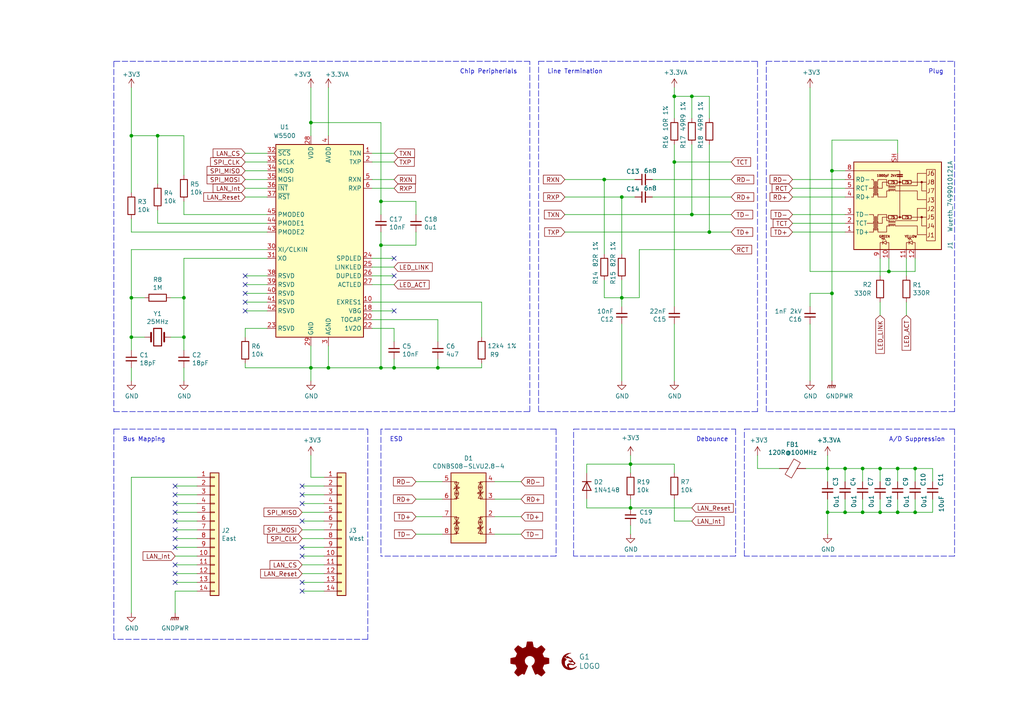
<source format=kicad_sch>
(kicad_sch (version 20211123) (generator eeschema)
  (paper "A4")
  (title_block (title "Inoa Satelite Ethernet Extension") (date "2021-11-11") (rev "2.0") (company "GrayC GmbH") (comment 1 "Fabian Schlegel") (comment 3 "W5500 EThernet Chip") (comment 4 "Ethernet Communication Module for Satellite"))
  (junction (at 250.19 135.89))
  (junction (at 90.17 35.56))
  (junction (at 175.26 52.07))
  (junction (at 255.27 148.59))
  (junction (at 200.66 62.23))
  (junction (at 240.03 148.59))
  (junction (at 180.34 86.36))
  (junction (at 260.35 135.89))
  (junction (at 53.34 86.36))
  (junction (at 182.88 147.32))
  (junction (at 110.49 58.42))
  (junction (at 110.49 71.12))
  (junction (at 90.17 106.68))
  (junction (at 53.34 97.79))
  (junction (at 110.49 106.68))
  (junction (at 180.34 57.15))
  (junction (at 240.03 135.89))
  (junction (at 182.88 134.62))
  (junction (at 241.3 85.09))
  (junction (at 245.11 135.89))
  (junction (at 38.1 39.37))
  (junction (at 195.58 27.94))
  (junction (at 45.72 39.37))
  (junction (at 245.11 148.59))
  (junction (at 38.1 97.79))
  (junction (at 38.1 86.36))
  (junction (at 250.19 148.59))
  (junction (at 127 106.68))
  (junction (at 255.27 135.89))
  (junction (at 257.81 78.74))
  (junction (at 95.25 106.68))
  (junction (at 260.35 148.59))
  (junction (at 195.58 46.99))
  (junction (at 265.43 135.89))
  (junction (at 241.3 49.53))
  (junction (at 205.74 67.31))
  (junction (at 265.43 148.59))
  (junction (at 200.66 27.94))
  (junction (at 114.3 106.68))
  (no_connect (at 50.8 156.21))
  (no_connect (at 50.8 166.37))
  (no_connect (at 50.8 146.05))
  (no_connect (at 114.3 90.17))
  (no_connect (at 50.8 168.91))
  (no_connect (at 87.63 158.75))
  (no_connect (at 87.63 151.13))
  (no_connect (at 50.8 153.67))
  (no_connect (at 114.3 74.93))
  (no_connect (at 87.63 161.29))
  (no_connect (at 50.8 163.83))
  (no_connect (at 87.63 146.05))
  (no_connect (at 71.12 87.63))
  (no_connect (at 50.8 158.75))
  (no_connect (at 71.12 80.01))
  (no_connect (at 50.8 140.97))
  (no_connect (at 114.3 80.01))
  (no_connect (at 71.12 90.17))
  (no_connect (at 87.63 171.45))
  (no_connect (at 87.63 143.51))
  (no_connect (at 87.63 168.91))
  (no_connect (at 50.8 143.51))
  (no_connect (at 50.8 148.59))
  (no_connect (at 50.8 151.13))
  (no_connect (at 71.12 82.55))
  (no_connect (at 87.63 140.97))
  (no_connect (at 71.12 85.09))
  (wire (pts (xy 110.49 106.68) (xy 114.3 106.68)))
  (wire (pts (xy 120.65 62.23) (xy 120.65 58.42)))
  (wire (pts (xy 114.3 106.68) (xy 127 106.68)))
  (wire (pts (xy 50.8 161.29) (xy 57.15 161.29)))
  (wire (pts (xy 110.49 35.56) (xy 110.49 58.42)))
  (wire (pts (xy 241.3 49.53) (xy 241.3 85.09)))
  (wire (pts (xy 143.51 139.7) (xy 151.13 139.7)))
  (wire (pts (xy 50.8 163.83) (xy 57.15 163.83)))
  (wire (pts (xy 71.12 80.01) (xy 77.47 80.01)))
  (wire (pts (xy 71.12 90.17) (xy 77.47 90.17)))
  (wire (pts (xy 200.66 62.23) (xy 212.09 62.23)))
  (wire (pts (xy 127 106.68) (xy 139.7 106.68)))
  (wire (pts (xy 175.26 81.28) (xy 175.26 86.36)))
  (wire (pts (xy 195.58 144.78) (xy 195.58 151.13)))
  (wire (pts (xy 200.66 62.23) (xy 200.66 41.91)))
  (wire (pts (xy 87.63 171.45) (xy 93.98 171.45)))
  (wire (pts (xy 143.51 149.86) (xy 151.13 149.86)))
  (polyline (pts (xy 219.71 119.38) (xy 156.21 119.38)))
  (polyline (pts (xy 276.86 119.38) (xy 222.25 119.38)))
  (wire (pts (xy 107.95 92.71) (xy 127 92.71)))
  (wire (pts (xy 182.88 147.32) (xy 182.88 144.78)))
  (wire (pts (xy 50.8 140.97) (xy 57.15 140.97)))
  (wire (pts (xy 265.43 78.74) (xy 265.43 74.93)))
  (wire (pts (xy 71.12 95.25) (xy 77.47 95.25)))
  (wire (pts (xy 195.58 41.91) (xy 195.58 46.99)))
  (wire (pts (xy 180.34 93.98) (xy 180.34 110.49)))
  (wire (pts (xy 195.58 151.13) (xy 200.66 151.13)))
  (wire (pts (xy 87.63 163.83) (xy 93.98 163.83)))
  (wire (pts (xy 107.95 44.45) (xy 114.3 44.45)))
  (wire (pts (xy 250.19 135.89) (xy 255.27 135.89)))
  (wire (pts (xy 234.95 85.09) (xy 241.3 85.09)))
  (wire (pts (xy 90.17 138.43) (xy 93.98 138.43)))
  (wire (pts (xy 240.03 135.89) (xy 245.11 135.89)))
  (wire (pts (xy 127 106.68) (xy 127 104.14)))
  (wire (pts (xy 87.63 146.05) (xy 93.98 146.05)))
  (wire (pts (xy 50.8 156.21) (xy 57.15 156.21)))
  (wire (pts (xy 50.8 151.13) (xy 57.15 151.13)))
  (wire (pts (xy 139.7 106.68) (xy 139.7 105.41)))
  (polyline (pts (xy 215.9 124.46) (xy 276.86 124.46)))
  (wire (pts (xy 87.63 143.51) (xy 93.98 143.51)))
  (wire (pts (xy 229.87 64.77) (xy 245.11 64.77)))
  (wire (pts (xy 240.03 144.78) (xy 240.03 148.59)))
  (wire (pts (xy 260.35 148.59) (xy 265.43 148.59)))
  (polyline (pts (xy 33.02 185.42) (xy 33.02 124.46)))
  (wire (pts (xy 38.1 138.43) (xy 38.1 177.8)))
  (wire (pts (xy 189.23 52.07) (xy 212.09 52.07)))
  (wire (pts (xy 195.58 134.62) (xy 195.58 137.16)))
  (wire (pts (xy 163.83 52.07) (xy 175.26 52.07)))
  (polyline (pts (xy 156.21 119.38) (xy 156.21 17.78)))
  (wire (pts (xy 260.35 44.45) (xy 260.35 40.64)))
  (wire (pts (xy 49.53 97.79) (xy 53.34 97.79)))
  (wire (pts (xy 260.35 40.64) (xy 241.3 40.64)))
  (wire (pts (xy 53.34 106.68) (xy 53.34 110.49)))
  (wire (pts (xy 38.1 25.4) (xy 38.1 39.37)))
  (wire (pts (xy 38.1 97.79) (xy 41.91 97.79)))
  (polyline (pts (xy 156.21 17.78) (xy 219.71 17.78)))
  (polyline (pts (xy 153.67 17.78) (xy 33.02 17.78)))
  (wire (pts (xy 90.17 100.33) (xy 90.17 106.68)))
  (wire (pts (xy 205.74 67.31) (xy 205.74 41.91)))
  (polyline (pts (xy 161.29 161.29) (xy 110.49 161.29)))
  (polyline (pts (xy 213.36 161.29) (xy 166.37 161.29)))
  (wire (pts (xy 163.83 62.23) (xy 200.66 62.23)))
  (wire (pts (xy 185.42 86.36) (xy 185.42 72.39)))
  (wire (pts (xy 38.1 101.6) (xy 38.1 97.79)))
  (wire (pts (xy 90.17 132.08) (xy 90.17 138.43)))
  (wire (pts (xy 260.35 135.89) (xy 260.35 139.7)))
  (wire (pts (xy 195.58 27.94) (xy 195.58 25.4)))
  (wire (pts (xy 87.63 168.91) (xy 93.98 168.91)))
  (polyline (pts (xy 276.86 161.29) (xy 215.9 161.29)))
  (polyline (pts (xy 106.68 124.46) (xy 106.68 185.42)))
  (wire (pts (xy 182.88 134.62) (xy 182.88 132.08)))
  (wire (pts (xy 219.71 132.08) (xy 219.71 135.89)))
  (wire (pts (xy 95.25 106.68) (xy 110.49 106.68)))
  (wire (pts (xy 195.58 46.99) (xy 195.58 88.9)))
  (wire (pts (xy 163.83 67.31) (xy 205.74 67.31)))
  (polyline (pts (xy 276.86 17.78) (xy 276.86 119.38)))
  (polyline (pts (xy 215.9 161.29) (xy 215.9 124.46)))
  (wire (pts (xy 87.63 156.21) (xy 93.98 156.21)))
  (wire (pts (xy 262.89 87.63) (xy 262.89 91.44)))
  (wire (pts (xy 265.43 135.89) (xy 270.51 135.89)))
  (wire (pts (xy 110.49 71.12) (xy 110.49 106.68)))
  (wire (pts (xy 182.88 134.62) (xy 182.88 137.16)))
  (wire (pts (xy 265.43 135.89) (xy 265.43 139.7)))
  (wire (pts (xy 139.7 87.63) (xy 139.7 97.79)))
  (wire (pts (xy 255.27 135.89) (xy 255.27 139.7)))
  (wire (pts (xy 38.1 72.39) (xy 77.47 72.39)))
  (polyline (pts (xy 106.68 185.42) (xy 33.02 185.42)))
  (wire (pts (xy 38.1 67.31) (xy 38.1 63.5)))
  (wire (pts (xy 38.1 97.79) (xy 38.1 86.36)))
  (polyline (pts (xy 276.86 124.46) (xy 276.86 161.29)))
  (wire (pts (xy 107.95 77.47) (xy 114.3 77.47)))
  (wire (pts (xy 240.03 135.89) (xy 240.03 132.08)))
  (wire (pts (xy 53.34 86.36) (xy 53.34 74.93)))
  (polyline (pts (xy 161.29 124.46) (xy 110.49 124.46)))
  (wire (pts (xy 185.42 86.36) (xy 180.34 86.36)))
  (wire (pts (xy 49.53 86.36) (xy 53.34 86.36)))
  (wire (pts (xy 114.3 90.17) (xy 107.95 90.17)))
  (wire (pts (xy 250.19 148.59) (xy 255.27 148.59)))
  (wire (pts (xy 71.12 85.09) (xy 77.47 85.09)))
  (wire (pts (xy 260.35 135.89) (xy 265.43 135.89)))
  (polyline (pts (xy 219.71 17.78) (xy 219.71 119.38)))
  (wire (pts (xy 245.11 135.89) (xy 245.11 139.7)))
  (wire (pts (xy 71.12 95.25) (xy 71.12 97.79)))
  (wire (pts (xy 260.35 144.78) (xy 260.35 148.59)))
  (wire (pts (xy 107.95 54.61) (xy 114.3 54.61)))
  (wire (pts (xy 107.95 95.25) (xy 114.3 95.25)))
  (wire (pts (xy 195.58 27.94) (xy 195.58 34.29)))
  (wire (pts (xy 50.8 177.8) (xy 50.8 171.45)))
  (wire (pts (xy 175.26 52.07) (xy 184.15 52.07)))
  (wire (pts (xy 71.12 49.53) (xy 77.47 49.53)))
  (wire (pts (xy 182.88 134.62) (xy 195.58 134.62)))
  (wire (pts (xy 182.88 152.4) (xy 182.88 154.94)))
  (wire (pts (xy 128.27 149.86) (xy 120.65 149.86)))
  (polyline (pts (xy 110.49 124.46) (xy 110.49 161.29)))
  (wire (pts (xy 107.95 46.99) (xy 114.3 46.99)))
  (wire (pts (xy 257.81 74.93) (xy 257.81 78.74)))
  (wire (pts (xy 270.51 144.78) (xy 270.51 148.59)))
  (wire (pts (xy 255.27 135.89) (xy 260.35 135.89)))
  (wire (pts (xy 50.8 168.91) (xy 57.15 168.91)))
  (wire (pts (xy 175.26 86.36) (xy 180.34 86.36)))
  (wire (pts (xy 71.12 52.07) (xy 77.47 52.07)))
  (wire (pts (xy 71.12 44.45) (xy 77.47 44.45)))
  (wire (pts (xy 38.1 67.31) (xy 77.47 67.31)))
  (wire (pts (xy 87.63 153.67) (xy 93.98 153.67)))
  (polyline (pts (xy 213.36 124.46) (xy 213.36 161.29)))
  (wire (pts (xy 120.65 144.78) (xy 128.27 144.78)))
  (wire (pts (xy 170.18 134.62) (xy 182.88 134.62)))
  (wire (pts (xy 182.88 147.32) (xy 200.66 147.32)))
  (wire (pts (xy 120.65 67.31) (xy 120.65 71.12)))
  (wire (pts (xy 240.03 135.89) (xy 240.03 139.7)))
  (wire (pts (xy 189.23 57.15) (xy 212.09 57.15)))
  (wire (pts (xy 95.25 25.4) (xy 95.25 39.37)))
  (wire (pts (xy 38.1 138.43) (xy 57.15 138.43)))
  (wire (pts (xy 245.11 144.78) (xy 245.11 148.59)))
  (wire (pts (xy 90.17 35.56) (xy 110.49 35.56)))
  (wire (pts (xy 107.95 82.55) (xy 114.3 82.55)))
  (polyline (pts (xy 33.02 124.46) (xy 106.68 124.46)))
  (wire (pts (xy 90.17 106.68) (xy 95.25 106.68)))
  (wire (pts (xy 50.8 171.45) (xy 57.15 171.45)))
  (wire (pts (xy 90.17 25.4) (xy 90.17 35.56)))
  (wire (pts (xy 170.18 137.16) (xy 170.18 134.62)))
  (wire (pts (xy 53.34 62.23) (xy 77.47 62.23)))
  (wire (pts (xy 241.3 110.49) (xy 241.3 85.09)))
  (wire (pts (xy 45.72 53.34) (xy 45.72 39.37)))
  (wire (pts (xy 38.1 106.68) (xy 38.1 110.49)))
  (wire (pts (xy 205.74 27.94) (xy 205.74 34.29)))
  (wire (pts (xy 195.58 93.98) (xy 195.58 110.49)))
  (wire (pts (xy 71.12 46.99) (xy 77.47 46.99)))
  (wire (pts (xy 114.3 74.93) (xy 107.95 74.93)))
  (wire (pts (xy 87.63 151.13) (xy 93.98 151.13)))
  (wire (pts (xy 229.87 67.31) (xy 245.11 67.31)))
  (wire (pts (xy 143.51 144.78) (xy 151.13 144.78)))
  (wire (pts (xy 212.09 72.39) (xy 185.42 72.39)))
  (wire (pts (xy 229.87 62.23) (xy 245.11 62.23)))
  (wire (pts (xy 143.51 154.94) (xy 151.13 154.94)))
  (wire (pts (xy 180.34 57.15) (xy 180.34 73.66)))
  (wire (pts (xy 245.11 135.89) (xy 250.19 135.89)))
  (wire (pts (xy 45.72 64.77) (xy 77.47 64.77)))
  (wire (pts (xy 234.95 78.74) (xy 234.95 25.4)))
  (wire (pts (xy 87.63 158.75) (xy 93.98 158.75)))
  (wire (pts (xy 120.65 154.94) (xy 128.27 154.94)))
  (wire (pts (xy 50.8 166.37) (xy 57.15 166.37)))
  (wire (pts (xy 53.34 97.79) (xy 53.34 101.6)))
  (wire (pts (xy 95.25 106.68) (xy 95.25 100.33)))
  (wire (pts (xy 245.11 49.53) (xy 241.3 49.53)))
  (wire (pts (xy 180.34 86.36) (xy 180.34 88.9)))
  (wire (pts (xy 114.3 95.25) (xy 114.3 99.06)))
  (wire (pts (xy 195.58 46.99) (xy 212.09 46.99)))
  (wire (pts (xy 270.51 135.89) (xy 270.51 139.7)))
  (wire (pts (xy 71.12 87.63) (xy 77.47 87.63)))
  (wire (pts (xy 265.43 144.78) (xy 265.43 148.59)))
  (wire (pts (xy 255.27 144.78) (xy 255.27 148.59)))
  (wire (pts (xy 53.34 74.93) (xy 77.47 74.93)))
  (wire (pts (xy 71.12 106.68) (xy 90.17 106.68)))
  (wire (pts (xy 255.27 148.59) (xy 260.35 148.59)))
  (polyline (pts (xy 166.37 124.46) (xy 213.36 124.46)))
  (wire (pts (xy 245.11 148.59) (xy 250.19 148.59)))
  (wire (pts (xy 87.63 161.29) (xy 93.98 161.29)))
  (wire (pts (xy 255.27 74.93) (xy 255.27 80.01)))
  (wire (pts (xy 50.8 158.75) (xy 57.15 158.75)))
  (polyline (pts (xy 153.67 119.38) (xy 153.67 17.78)))
  (wire (pts (xy 110.49 67.31) (xy 110.49 71.12)))
  (wire (pts (xy 120.65 71.12) (xy 110.49 71.12)))
  (wire (pts (xy 240.03 148.59) (xy 240.03 154.94)))
  (wire (pts (xy 107.95 52.07) (xy 114.3 52.07)))
  (wire (pts (xy 257.81 78.74) (xy 234.95 78.74)))
  (wire (pts (xy 53.34 62.23) (xy 53.34 58.42)))
  (polyline (pts (xy 222.25 119.38) (xy 222.25 17.78)))
  (wire (pts (xy 229.87 57.15) (xy 245.11 57.15)))
  (wire (pts (xy 87.63 140.97) (xy 93.98 140.97)))
  (wire (pts (xy 38.1 39.37) (xy 38.1 55.88)))
  (polyline (pts (xy 33.02 119.38) (xy 153.67 119.38)))
  (wire (pts (xy 71.12 57.15) (xy 77.47 57.15)))
  (wire (pts (xy 114.3 80.01) (xy 107.95 80.01)))
  (wire (pts (xy 265.43 148.59) (xy 270.51 148.59)))
  (wire (pts (xy 90.17 35.56) (xy 90.17 39.37)))
  (wire (pts (xy 71.12 54.61) (xy 77.47 54.61)))
  (wire (pts (xy 195.58 27.94) (xy 200.66 27.94)))
  (wire (pts (xy 234.95 88.9) (xy 234.95 85.09)))
  (wire (pts (xy 50.8 148.59) (xy 57.15 148.59)))
  (wire (pts (xy 229.87 54.61) (xy 245.11 54.61)))
  (polyline (pts (xy 166.37 161.29) (xy 166.37 124.46)))
  (wire (pts (xy 127 92.71) (xy 127 99.06)))
  (wire (pts (xy 110.49 58.42) (xy 110.49 62.23)))
  (wire (pts (xy 257.81 78.74) (xy 265.43 78.74)))
  (wire (pts (xy 175.26 52.07) (xy 175.26 73.66)))
  (wire (pts (xy 114.3 106.68) (xy 114.3 104.14)))
  (polyline (pts (xy 161.29 124.46) (xy 161.29 161.29)))
  (wire (pts (xy 87.63 148.59) (xy 93.98 148.59)))
  (wire (pts (xy 170.18 147.32) (xy 182.88 147.32)))
  (wire (pts (xy 219.71 135.89) (xy 226.06 135.89)))
  (wire (pts (xy 71.12 105.41) (xy 71.12 106.68)))
  (wire (pts (xy 120.65 58.42) (xy 110.49 58.42)))
  (wire (pts (xy 262.89 74.93) (xy 262.89 80.01)))
  (wire (pts (xy 180.34 57.15) (xy 184.15 57.15)))
  (wire (pts (xy 205.74 67.31) (xy 212.09 67.31)))
  (wire (pts (xy 180.34 81.28) (xy 180.34 86.36)))
  (wire (pts (xy 50.8 153.67) (xy 57.15 153.67)))
  (polyline (pts (xy 222.25 17.78) (xy 276.86 17.78)))
  (wire (pts (xy 120.65 139.7) (xy 128.27 139.7)))
  (wire (pts (xy 90.17 106.68) (xy 90.17 110.49)))
  (wire (pts (xy 163.83 57.15) (xy 180.34 57.15)))
  (wire (pts (xy 53.34 97.79) (xy 53.34 86.36)))
  (wire (pts (xy 255.27 87.63) (xy 255.27 91.44)))
  (wire (pts (xy 200.66 27.94) (xy 200.66 34.29)))
  (wire (pts (xy 50.8 146.05) (xy 57.15 146.05)))
  (wire (pts (xy 200.66 27.94) (xy 205.74 27.94)))
  (polyline (pts (xy 33.02 17.78) (xy 33.02 119.38)))
  (wire (pts (xy 241.3 40.64) (xy 241.3 49.53)))
  (wire (pts (xy 170.18 144.78) (xy 170.18 147.32)))
  (wire (pts (xy 229.87 52.07) (xy 245.11 52.07)))
  (wire (pts (xy 38.1 86.36) (xy 38.1 72.39)))
  (wire (pts (xy 107.95 87.63) (xy 139.7 87.63)))
  (wire (pts (xy 53.34 50.8) (xy 53.34 39.37)))
  (wire (pts (xy 87.63 166.37) (xy 93.98 166.37)))
  (wire (pts (xy 50.8 143.51) (xy 57.15 143.51)))
  (wire (pts (xy 250.19 135.89) (xy 250.19 139.7)))
  (wire (pts (xy 234.95 93.98) (xy 234.95 110.49)))
  (wire (pts (xy 45.72 64.77) (xy 45.72 60.96)))
  (wire (pts (xy 71.12 82.55) (xy 77.47 82.55)))
  (wire (pts (xy 53.34 39.37) (xy 45.72 39.37)))
  (wire (pts (xy 38.1 86.36) (xy 41.91 86.36)))
  (wire (pts (xy 233.68 135.89) (xy 240.03 135.89)))
  (wire (pts (xy 45.72 39.37) (xy 38.1 39.37)))
  (wire (pts (xy 240.03 148.59) (xy 245.11 148.59)))
  (wire (pts (xy 250.19 144.78) (xy 250.19 148.59)))
  (text "ESD" (at 113.03 128.27 0) (effects (font (size 1.27 1.27)) (justify left bottom)))
  (text "Debounce" (at 201.93 128.27 0) (effects (font (size 1.27 1.27)) (justify left bottom)))
  (text "A/D Suppression" (at 257.81 128.27 0) (effects (font (size 1.27 1.27)) (justify left bottom)))
  (text "Chip Peripherials" (at 133.35 21.59 0) (effects (font (size 1.27 1.27)) (justify left bottom)))
  (text "Plug" (at 269.24 21.59 0) (effects (font (size 1.27 1.27)) (justify left bottom)))
  (text "Line Termination" (at 158.75 21.59 0) (effects (font (size 1.27 1.27)) (justify left bottom)))
  (text "Bus Mapping" (at 35.56 128.27 0) (effects (font (size 1.27 1.27)) (justify left bottom)))
  (global_label "TD+" (shape input) (at 212.09 67.31 0) (property "Intersheet References" "${INTERSHEET_REFS}" (effects hide)))
  (global_label "LED_LINK" (shape input) (at 114.3 77.47 0) (property "Intersheet References" "${INTERSHEET_REFS}" (effects hide)))
  (global_label "SPI_MOSI" (shape input) (at 71.12 52.07 180) (property "Intersheet References" "${INTERSHEET_REFS}" (effects hide)))
  (global_label "TD-" (shape input) (at 151.13 154.94 0) (property "Intersheet References" "${INTERSHEET_REFS}" (effects hide)))
  (global_label "TCT" (shape input) (at 229.87 64.77 180) (property "Intersheet References" "${INTERSHEET_REFS}" (effects hide)))
  (global_label "LAN_Int" (shape input) (at 200.66 151.13 0) (property "Intersheet References" "${INTERSHEET_REFS}" (effects hide)))
  (global_label "RD-" (shape input) (at 120.65 139.7 180) (property "Intersheet References" "${INTERSHEET_REFS}" (effects hide)))
  (global_label "TXN" (shape input) (at 114.3 44.45 0) (property "Intersheet References" "${INTERSHEET_REFS}" (effects hide)))
  (global_label "RD-" (shape input) (at 212.09 52.07 0) (property "Intersheet References" "${INTERSHEET_REFS}" (effects hide)))
  (global_label "RXP" (shape input) (at 163.83 57.15 180) (property "Intersheet References" "${INTERSHEET_REFS}" (effects hide)))
  (global_label "SPI_MISO" (shape input) (at 71.12 49.53 180) (property "Intersheet References" "${INTERSHEET_REFS}" (effects hide)))
  (global_label "TD+" (shape input) (at 151.13 149.86 0) (property "Intersheet References" "${INTERSHEET_REFS}" (effects hide)))
  (global_label "TXP" (shape input) (at 114.3 46.99 0) (property "Intersheet References" "${INTERSHEET_REFS}" (effects hide)))
  (global_label "TXN" (shape input) (at 163.83 62.23 180) (property "Intersheet References" "${INTERSHEET_REFS}" (effects hide)))
  (global_label "TD+" (shape input) (at 120.65 149.86 180) (property "Intersheet References" "${INTERSHEET_REFS}" (effects hide)))
  (global_label "LAN_Reset" (shape input) (at 71.12 57.15 180) (property "Intersheet References" "${INTERSHEET_REFS}" (effects hide)))
  (global_label "LED_ACT" (shape input) (at 114.3 82.55 0) (property "Intersheet References" "${INTERSHEET_REFS}" (effects hide)))
  (global_label "SPI_MISO" (shape input) (at 87.63 148.59 180) (property "Intersheet References" "${INTERSHEET_REFS}" (effects hide)))
  (global_label "LAN_Reset" (shape input) (at 87.63 166.37 180) (property "Intersheet References" "${INTERSHEET_REFS}" (effects hide)))
  (global_label "LAN_Int" (shape input) (at 50.8 161.29 180) (property "Intersheet References" "${INTERSHEET_REFS}" (effects hide)))
  (global_label "TD-" (shape input) (at 229.87 62.23 180) (property "Intersheet References" "${INTERSHEET_REFS}" (effects hide)))
  (global_label "SPI_CLK" (shape input) (at 87.63 156.21 180) (property "Intersheet References" "${INTERSHEET_REFS}" (effects hide)))
  (global_label "RXP" (shape input) (at 114.3 54.61 0) (property "Intersheet References" "${INTERSHEET_REFS}" (effects hide)))
  (global_label "LED_ACT" (shape input) (at 262.89 91.44 270) (property "Intersheet References" "${INTERSHEET_REFS}" (effects hide)))
  (global_label "TD+" (shape input) (at 229.87 67.31 180) (property "Intersheet References" "${INTERSHEET_REFS}" (effects hide)))
  (global_label "RD+" (shape input) (at 151.13 144.78 0) (property "Intersheet References" "${INTERSHEET_REFS}" (effects hide)))
  (global_label "RD-" (shape input) (at 229.87 52.07 180) (property "Intersheet References" "${INTERSHEET_REFS}" (effects hide)))
  (global_label "RD+" (shape input) (at 229.87 57.15 180) (property "Intersheet References" "${INTERSHEET_REFS}" (effects hide)))
  (global_label "LAN_Int" (shape input) (at 71.12 54.61 180) (property "Intersheet References" "${INTERSHEET_REFS}" (effects hide)))
  (global_label "LED_LINK" (shape input) (at 255.27 91.44 270) (property "Intersheet References" "${INTERSHEET_REFS}" (effects hide)))
  (global_label "TXP" (shape input) (at 163.83 67.31 180) (property "Intersheet References" "${INTERSHEET_REFS}" (effects hide)))
  (global_label "RXN" (shape input) (at 114.3 52.07 0) (property "Intersheet References" "${INTERSHEET_REFS}" (effects hide)))
  (global_label "RCT" (shape input) (at 212.09 72.39 0) (property "Intersheet References" "${INTERSHEET_REFS}" (effects hide)))
  (global_label "RD-" (shape input) (at 151.13 139.7 0) (property "Intersheet References" "${INTERSHEET_REFS}" (effects hide)))
  (global_label "TCT" (shape input) (at 212.09 46.99 0) (property "Intersheet References" "${INTERSHEET_REFS}" (effects hide)))
  (global_label "RD+" (shape input) (at 120.65 144.78 180) (property "Intersheet References" "${INTERSHEET_REFS}" (effects hide)))
  (global_label "SPI_MOSI" (shape input) (at 87.63 153.67 180) (property "Intersheet References" "${INTERSHEET_REFS}" (effects hide)))
  (global_label "RCT" (shape input) (at 229.87 54.61 180) (property "Intersheet References" "${INTERSHEET_REFS}" (effects hide)))
  (global_label "LAN_CS" (shape input) (at 87.63 163.83 180) (property "Intersheet References" "${INTERSHEET_REFS}" (effects hide)))
  (global_label "SPI_CLK" (shape input) (at 71.12 46.99 180) (property "Intersheet References" "${INTERSHEET_REFS}" (effects hide)))
  (global_label "RXN" (shape input) (at 163.83 52.07 180) (property "Intersheet References" "${INTERSHEET_REFS}" (effects hide)))
  (global_label "TD-" (shape input) (at 120.65 154.94 180) (property "Intersheet References" "${INTERSHEET_REFS}" (effects hide)))
  (global_label "RD+" (shape input) (at 212.09 57.15 0) (property "Intersheet References" "${INTERSHEET_REFS}" (effects hide)))
  (global_label "LAN_CS" (shape input) (at 71.12 44.45 180) (property "Intersheet References" "${INTERSHEET_REFS}" (effects hide)))
  (global_label "LAN_Reset" (shape input) (at 200.66 147.32 0) (property "Intersheet References" "${INTERSHEET_REFS}" (effects hide)))
  (global_label "TD-" (shape input) (at 212.09 62.23 0) (property "Intersheet References" "${INTERSHEET_REFS}" (effects hide)))
  (symbol (lib_id "Interface_Ethernet:W5500") (at 92.71 69.85 0) (unit 1)
    (property "Reference" "U1" (at 82.55 36.83 0))
    (property "Value" "W5500" (at 82.55 39.37 0))
    (property "Footprint" "Package_QFP:LQFP-48_7x7mm_P0.5mm" (effects hide))
    (property "Datasheet" "http://wizwiki.net/wiki/lib/exe/fetch.php/products:w5500:w5500_ds_v109e.pdf" (effects hide))
    (property "Price" "3.44" (effects hide))
    (property "Product" "https://www.mouser.de/ProductDetail/WIZnet/W5500" (effects hide))
  )
  (symbol (lib_id "Device:Crystal") (at 45.72 97.79 0) (unit 1)
    (property "Reference" "Y1" (at 45.72 90.9828 0))
    (property "Value" "25MHz" (at 45.72 93.2942 0))
    (property "Footprint" "Crystal:Crystal_SMD_0603-2Pin_6.0x3.5mm_HandSoldering" (effects hide))
    (property "Datasheet" "https://www.mouser.de/datasheet/2/122/ecx-64a_ecx-64cr-6514.pdf" (effects hide))
    (property "Price" "0.98" (effects hide))
    (property "Product" "https://www.mouser.de/ProductDetail/ECS/ECS-250-18-23A-TR" (effects hide))
  )
  (symbol (lib_id "Device:R") (at 255.27 83.82 180) (unit 1)
    (property "Reference" "R2" (at 250.19 82.55 0) (effects (justify right)))
    (property "Value" "330R" (at 247.65 85.09 0) (effects (justify right)))
    (property "Footprint" "Resistor_SMD:R_0603_1608Metric_Pad0.98x0.95mm_HandSolder" (effects hide))
    (property "Price" "0.09" (effects hide))
    (property "Product" "https://www.mouser.de/ProductDetail/Bourns/CR0603-FX-3300ELF?qs=sGAEpiMZZMtlubZbdhIBIBP%2FNPA7vNyo1V2n6vGFya4%3D" (effects hide))
  )
  (symbol (lib_id "Device:R") (at 262.89 83.82 180) (unit 1)
    (property "Reference" "R1" (at 264.668 82.6516 0) (effects (justify right)))
    (property "Value" "330R" (at 264.668 84.963 0) (effects (justify right)))
    (property "Footprint" "Resistor_SMD:R_0603_1608Metric_Pad0.98x0.95mm_HandSolder" (effects hide))
    (property "Price" "0.09" (effects hide))
    (property "Product" "https://www.mouser.de/ProductDetail/Bourns/CR0603-FX-3300ELF?qs=sGAEpiMZZMtlubZbdhIBIBP%2FNPA7vNyo1V2n6vGFya4%3D" (effects hide))
  )
  (symbol (lib_id "Power_Protection:CDNBS08-SLVU2.8-4") (at 135.89 147.32 0) (unit 1)
    (property "Reference" "D1" (at 135.89 132.9182 0))
    (property "Value" "CDNBS08-SLVU2.8-4" (at 135.89 135.2296 0))
    (property "Footprint" "Package_SO:SOIC-8_3.9x4.9mm_P1.27mm" (effects hide))
    (property "Datasheet" "https://www.bourns.com/pdfs/CDNBS08-SLVU28-4.pdf" (effects hide))
    (property "Price" "1.68" (effects hide))
    (property "Product" "https://www.mouser.de/ProductDetail/Bourns/CDNBS08-SLVU28-4" (effects hide))
  )
  (symbol (lib_id "Device:C_Small") (at 53.34 104.14 0) (unit 1)
    (property "Reference" "C2" (at 55.6768 102.9716 0) (effects (justify left)))
    (property "Value" "18pF" (at 55.6768 105.283 0) (effects (justify left)))
    (property "Footprint" "Capacitor_SMD:C_0603_1608Metric_Pad1.08x0.95mm_HandSolder" (effects hide))
    (property "Datasheet" "https://www.mouser.de/datasheet/2/40/C0GNP0_Dielectric-951274.pdf" (effects hide))
    (property "Price" "0.09" (effects hide))
    (property "Product" "https://www.mouser.de/ProductDetail/Kyocera-AVX/06035A180JAT4A" (effects hide))
  )
  (symbol (lib_id "Device:C_Small") (at 38.1 104.14 0) (unit 1)
    (property "Reference" "C1" (at 40.4368 102.9716 0) (effects (justify left)))
    (property "Value" "18pF" (at 40.4368 105.283 0) (effects (justify left)))
    (property "Footprint" "Capacitor_SMD:C_0603_1608Metric_Pad1.08x0.95mm_HandSolder" (effects hide))
    (property "Datasheet" "https://www.mouser.de/datasheet/2/40/C0GNP0_Dielectric-951274.pdf" (effects hide))
    (property "Price" "0.09" (effects hide))
    (property "Product" "https://www.mouser.de/ProductDetail/Kyocera-AVX/06035A180JAT4A" (effects hide))
  )
  (symbol (lib_id "power:GND") (at 38.1 110.49 0) (unit 1)
    (property "Reference" "#PWR0101" (effects hide))
    (property "Value" "GND" (at 38.227 114.8842 0))
  )
  (symbol (lib_id "power:GND") (at 53.34 110.49 0) (unit 1)
    (property "Reference" "#PWR0102" (effects hide))
    (property "Value" "GND" (at 53.467 114.8842 0))
  )
  (symbol (lib_id "Device:R") (at 38.1 59.69 0) (unit 1)
    (property "Reference" "R3" (at 39.878 58.5216 0) (effects (justify left)))
    (property "Value" "10k" (at 39.878 60.833 0) (effects (justify left)))
    (property "Footprint" "Resistor_SMD:R_0603_1608Metric_Pad0.98x0.95mm_HandSolder" (effects hide))
    (property "Product" "https://www.mouser.de/ProductDetail/Bourns/CR0603AFX-1002EAS?qs=sGAEpiMZZMtlubZbdhIBIJFGDp18fIDT%252B6rJRZixye4%3D" (effects hide))
  )
  (symbol (lib_id "Device:R") (at 45.72 57.15 0) (unit 1)
    (property "Reference" "R4" (at 47.498 55.9816 0) (effects (justify left)))
    (property "Value" "10k" (at 47.498 58.293 0) (effects (justify left)))
    (property "Footprint" "Resistor_SMD:R_0603_1608Metric_Pad0.98x0.95mm_HandSolder" (effects hide))
    (property "Product" "https://www.mouser.de/ProductDetail/Bourns/CR0603AFX-1002EAS?qs=sGAEpiMZZMtlubZbdhIBIJFGDp18fIDT%252B6rJRZixye4%3D" (effects hide))
  )
  (symbol (lib_id "Device:R") (at 53.34 54.61 0) (unit 1)
    (property "Reference" "R5" (at 55.118 53.4416 0) (effects (justify left)))
    (property "Value" "10k" (at 55.118 55.753 0) (effects (justify left)))
    (property "Footprint" "Resistor_SMD:R_0603_1608Metric_Pad0.98x0.95mm_HandSolder" (effects hide))
    (property "Product" "https://www.mouser.de/ProductDetail/Bourns/CR0603AFX-1002EAS?qs=sGAEpiMZZMtlubZbdhIBIJFGDp18fIDT%252B6rJRZixye4%3D" (effects hide))
  )
  (symbol (lib_id "Device:R") (at 195.58 140.97 0) (unit 1)
    (property "Reference" "R7" (at 197.358 139.8016 0) (effects (justify left)))
    (property "Value" "10k" (at 197.358 142.113 0) (effects (justify left)))
    (property "Footprint" "Resistor_SMD:R_0603_1608Metric_Pad0.98x0.95mm_HandSolder" (effects hide))
    (property "Product" "https://www.mouser.de/ProductDetail/Bourns/CR0603AFX-1002EAS?qs=sGAEpiMZZMtlubZbdhIBIJFGDp18fIDT%252B6rJRZixye4%3D" (effects hide))
  )
  (symbol (lib_id "Device:R") (at 139.7 101.6 0) (unit 1)
    (property "Reference" "R9" (at 144.78 102.87 0) (effects (justify right)))
    (property "Value" "12k4 1%" (at 149.86 100.33 0) (effects (justify right)))
    (property "Footprint" "Resistor_SMD:R_0603_1608Metric_Pad0.98x0.95mm_HandSolder" (effects hide))
    (property "Datasheet" "https://www.mouser.de/datasheet/2/54/cr-1858361.pdf" (effects hide))
    (property "Price" "0.09" (effects hide))
    (property "Product" "https://www.mouser.de/ProductDetail/Bourns/CR0603-FX-1242ELF?qs=sGAEpiMZZMvdGkrng054t%252BRNGJdg958RK7FuIR85iNw%3D" (effects hide))
  )
  (symbol (lib_id "power:+3V3") (at 90.17 25.4 0) (unit 1)
    (property "Reference" "#PWR0104" (effects hide))
    (property "Value" "+3V3" (at 87.63 21.59 0))
  )
  (symbol (lib_id "power:GND") (at 90.17 110.49 0) (unit 1)
    (property "Reference" "#PWR0105" (effects hide))
    (property "Value" "GND" (at 90.297 114.8842 0))
  )
  (symbol (lib_id "Device:C_Small") (at 234.95 91.44 180) (unit 1)
    (property "Reference" "C16" (at 232.6132 92.6084 0) (effects (justify left)))
    (property "Value" "1nF 2kV" (at 232.6132 90.297 0) (effects (justify left)))
    (property "Footprint" "Capacitor_SMD:C_1812_4532Metric_Pad1.57x3.40mm_HandSolder" (effects hide))
    (property "Datasheet" "https://www.mouser.de/datasheet/2/212/KEM_C1010_X7R_HV_SMD-1102742.pdf" (effects hide))
    (property "Price" "1.21" (effects hide))
    (property "Product" "https://www.mouser.de/ProductDetail/KEMET/C1812C103KGRACTU" (effects hide))
  )
  (symbol (lib_id "power:+3V3") (at 219.71 132.08 0) (unit 1)
    (property "Reference" "#PWR0106" (effects hide))
    (property "Value" "+3V3" (at 220.091 127.6858 0))
  )
  (symbol (lib_id "power:GND") (at 234.95 110.49 0) (unit 1)
    (property "Reference" "#PWR09" (effects hide))
    (property "Value" "GND" (at 235.077 114.8842 0))
  )
  (symbol (lib_id "Device:C_Small") (at 186.69 57.15 90) (unit 1)
    (property "Reference" "C14" (at 185.5216 54.8132 90) (effects (justify left)))
    (property "Value" "6n8" (at 190.5 54.61 90) (effects (justify left)))
    (property "Footprint" "Capacitor_SMD:C_0603_1608Metric_Pad1.08x0.95mm_HandSolder" (effects hide))
    (property "Datasheet" "https://www.mouser.de/datasheet/2/212/KEM_C1002_X7R_SMD-1102033.pdf" (effects hide))
    (property "Price" "0.09" (effects hide))
    (property "Product" "https://www.mouser.de/ProductDetail/KEMET/C0603C682K5RACTU" (effects hide))
  )
  (symbol (lib_id "Device:C_Small") (at 186.69 52.07 90) (unit 1)
    (property "Reference" "C13" (at 185.5216 49.7332 90) (effects (justify left)))
    (property "Value" "6n8" (at 190.5 49.53 90) (effects (justify left)))
    (property "Footprint" "Capacitor_SMD:C_0603_1608Metric_Pad1.08x0.95mm_HandSolder" (effects hide))
    (property "Datasheet" "https://www.mouser.de/datasheet/2/212/KEM_C1002_X7R_SMD-1102033.pdf" (effects hide))
    (property "Price" "0.09" (effects hide))
    (property "Product" "https://www.mouser.de/ProductDetail/KEMET/C0603C682K5RACTU" (effects hide))
  )
  (symbol (lib_id "power:GND") (at 240.03 154.94 0) (unit 1)
    (property "Reference" "#PWR05" (effects hide))
    (property "Value" "GND" (at 240.157 159.3342 0))
  )
  (symbol (lib_id "power:+3.3VA") (at 195.58 25.4 0) (unit 1)
    (property "Reference" "#PWR07" (effects hide))
    (property "Value" "+3.3VA" (at 195.961 21.0058 0))
  )
  (symbol (lib_id "power:GND") (at 195.58 110.49 0) (unit 1)
    (property "Reference" "#PWR08" (effects hide))
    (property "Value" "GND" (at 195.707 114.8842 0))
  )
  (symbol (lib_id "Device:Ferrite_Bead") (at 229.87 135.89 270) (unit 1)
    (property "Reference" "FB1" (at 229.87 128.9304 90))
    (property "Value" "120R@100MHz" (at 229.87 131.2418 90))
    (property "Footprint" "Inductor_SMD:L_0805_2012Metric" (effects hide))
    (property "Datasheet" "https://www.mouser.de/datasheet/2/987/Laird_10092020_Laird_MCP_Catalog_EMI_Filtering_and-1947796.pdf" (effects hide))
    (property "Price" "0.08" (effects hide))
    (property "Product" "https://www.mouser.de/ProductDetail/Laird-Performance-Materials/LI0805H121R-10" (effects hide))
  )
  (symbol (lib_id "Device:R") (at 195.58 38.1 180) (unit 1)
    (property "Reference" "R16" (at 193.04 43.18 90) (effects (justify right)))
    (property "Value" "10R 1%" (at 193.04 38.1 90) (effects (justify right)))
    (property "Footprint" "Resistor_SMD:R_0603_1608Metric_Pad0.98x0.95mm_HandSolder" (effects hide))
    (property "Datasheet" "https://www.mouser.de/datasheet/2/447/Yageo_03_18_2021_PYu_RC_Group_51_RoHS_L_11-2199992.pdf" (effects hide))
    (property "Price" "0.09" (effects hide))
    (property "Product" "https://www.mouser.de/ProductDetail/YAGEO/RC0603FR-1310RL?qs=sGAEpiMZZMvdGkrng054t8AJgcdMkx7xipFwCw7Ptc0%3D" (effects hide))
  )
  (symbol (lib_id "Device:C_Small") (at 195.58 91.44 180) (unit 1)
    (property "Reference" "C15" (at 193.2432 92.6084 0) (effects (justify left)))
    (property "Value" "22nF" (at 193.2432 90.297 0) (effects (justify left)))
    (property "Footprint" "Capacitor_SMD:C_0603_1608Metric_Pad1.08x0.95mm_HandSolder" (effects hide))
    (property "Datasheet" "https://www.mouser.de/datasheet/2/585/MLCC-1837944.pdf" (effects hide))
    (property "Price" "0.09" (effects hide))
    (property "Product" "https://www.mouser.de/ProductDetail/Samsung-Electro-Mechanics/CL10B223KB8NNNC" (effects hide))
  )
  (symbol (lib_id "Connector_Generic:Conn_01x14") (at 99.06 153.67 0) (unit 1)
    (property "Reference" "J3" (at 101.092 153.8732 0) (effects (justify left)))
    (property "Value" "West" (at 101.092 156.1846 0) (effects (justify left)))
    (property "Footprint" "Connector_PinHeader_2.54mm:PinHeader_1x14_P2.54mm_Vertical" (effects hide))
    (property "Datasheet" "N/A" (effects hide))
    (property "Price" "2.40" (effects hide))
    (property "Product" "https://www.mouser.de/ProductDetail/Preci-dip/801-87-014-53-001101?qs=q5BRkYolQ3jOfgO2THlSuw%3D%3D" (effects hide))
  )
  (symbol (lib_id "Device:C_Small") (at 114.3 101.6 0) (unit 1)
    (property "Reference" "C5" (at 116.6368 100.4316 0) (effects (justify left)))
    (property "Value" "10nF" (at 116.6368 102.743 0) (effects (justify left)))
    (property "Footprint" "Capacitor_SMD:C_0603_1608Metric_Pad1.08x0.95mm_HandSolder" (effects hide))
    (property "Datasheet" "https://www.mouser.de/datasheet/2/40/AutoMLCC-777028.pdf" (effects hide))
    (property "Price" "0.09" (effects hide))
    (property "Product" "https://www.mouser.de/ProductDetail/Kyocera-AVX/06031C103K4T2A" (effects hide))
  )
  (symbol (lib_id "Device:C_Small") (at 127 101.6 0) (unit 1)
    (property "Reference" "C6" (at 129.3368 100.4316 0) (effects (justify left)))
    (property "Value" "4u7" (at 129.3368 102.743 0) (effects (justify left)))
    (property "Footprint" "Capacitor_SMD:C_0603_1608Metric_Pad1.08x0.95mm_HandSolder" (effects hide))
    (property "Datasheet" "https://www.mouser.de/datasheet/2/585/MLCC-1837944.pdf" (effects hide))
    (property "Price" "0.09" (effects hide))
    (property "Product" "https://www.mouser.de/ProductDetail/Samsung-Electro-Mechanics/CL10A475MQ8NNNC" (effects hide))
  )
  (symbol (lib_id "Device:R") (at 200.66 38.1 180) (unit 1)
    (property "Reference" "R17" (at 198.12 43.18 90) (effects (justify right)))
    (property "Value" "49R9 1%" (at 198.12 38.1 90) (effects (justify right)))
    (property "Footprint" "Resistor_SMD:R_0603_1608Metric_Pad0.98x0.95mm_HandSolder" (effects hide))
    (property "Datasheet" "https://www.mouser.de/datasheet/2/315/AOA0000C304-1149620.pdf" (effects hide))
    (property "Price" "0.09" (effects hide))
    (property "Product" "https://www.mouser.de/ProductDetail/Panasonic/ERJ-3EKF49R9V?qs=sGAEpiMZZMvdGkrng054t8ugkoYZivkg42gffUETYkU%3D" (effects hide))
  )
  (symbol (lib_id "Device:R") (at 205.74 38.1 180) (unit 1)
    (property "Reference" "R18" (at 203.2 43.18 90) (effects (justify right)))
    (property "Value" "49R9 1%" (at 203.2 38.1 90) (effects (justify right)))
    (property "Footprint" "Resistor_SMD:R_0603_1608Metric_Pad0.98x0.95mm_HandSolder" (effects hide))
    (property "Datasheet" "https://www.mouser.de/datasheet/2/315/AOA0000C304-1149620.pdf" (effects hide))
    (property "Price" "0.09" (effects hide))
    (property "Product" "https://www.mouser.de/ProductDetail/Panasonic/ERJ-3EKF49R9V?qs=sGAEpiMZZMvdGkrng054t8ugkoYZivkg42gffUETYkU%3D" (effects hide))
  )
  (symbol (lib_id "Connector:Wuerth_7499010121A") (at 260.35 59.69 180) (unit 1)
    (property "Reference" "J1" (at 275.59 72.39 90) (effects (justify right)))
    (property "Value" "Wuerth_7499010121A" (at 275.59 67.31 90) (effects (justify right)))
    (property "Footprint" "Connector_RJ:RJ45_Wuerth_7499010121A_Horizontal" (effects hide))
    (property "Datasheet" "https://www.mouser.de/datasheet/2/445/7499010121A-1860232.pdf" (effects hide))
    (property "Product" "https://www.mouser.de/ProductDetail/Wurth-Elektronik/7499010121A" (effects hide))
    (property "Price" "5.81" (effects hide))
  )
  (symbol (lib_id "power:GNDPWR") (at 241.3 110.49 0) (unit 1)
    (property "Reference" "#PWR0107" (effects hide))
    (property "Value" "GNDPWR" (at 243.459 114.8842 0))
  )
  (symbol (lib_id "Connector_Generic:Conn_01x14") (at 62.23 153.67 0) (unit 1)
    (property "Reference" "J2" (at 64.262 153.8732 0) (effects (justify left)))
    (property "Value" "East" (at 64.262 156.1846 0) (effects (justify left)))
    (property "Footprint" "Connector_PinHeader_2.54mm:PinHeader_1x14_P2.54mm_Vertical" (effects hide))
    (property "Datasheet" "N/A" (effects hide))
    (property "Price" "2.40" (effects hide))
    (property "Product" "https://www.mouser.de/ProductDetail/Preci-dip/801-87-014-53-001101?qs=q5BRkYolQ3jOfgO2THlSuw%3D%3D" (effects hide))
  )
  (symbol (lib_id "Device:R") (at 175.26 77.47 180) (unit 1)
    (property "Reference" "R14" (at 172.72 82.55 90) (effects (justify right)))
    (property "Value" "82R 1%" (at 172.72 77.47 90) (effects (justify right)))
    (property "Footprint" "Resistor_SMD:R_0603_1608Metric_Pad0.98x0.95mm_HandSolder" (effects hide))
    (property "Datasheet" "https://www.mouser.de/datasheet/2/315/AOA0000C304-1149620.pdf" (effects hide))
    (property "Price" "0.09" (effects hide))
    (property "Product" "https://www.mouser.de/ProductDetail/Panasonic/ERJ-3EKF82R0V?qs=sGAEpiMZZMvdGkrng054t8AJgcdMkx7xuQoTw12ed5E%3D" (effects hide))
  )
  (symbol (lib_id "Device:R") (at 180.34 77.47 180) (unit 1)
    (property "Reference" "R15" (at 177.8 82.55 90) (effects (justify right)))
    (property "Value" "82R 1%" (at 177.8 77.47 90) (effects (justify right)))
    (property "Footprint" "Resistor_SMD:R_0603_1608Metric_Pad0.98x0.95mm_HandSolder" (effects hide))
    (property "Datasheet" "https://www.mouser.de/datasheet/2/315/AOA0000C304-1149620.pdf" (effects hide))
    (property "Price" "0.09" (effects hide))
    (property "Product" "https://www.mouser.de/ProductDetail/Panasonic/ERJ-3EKF82R0V?qs=sGAEpiMZZMvdGkrng054t8AJgcdMkx7xuQoTw12ed5E%3D" (effects hide))
  )
  (symbol (lib_id "Device:C_Small") (at 180.34 91.44 180) (unit 1)
    (property "Reference" "C12" (at 178.0032 92.6084 0) (effects (justify left)))
    (property "Value" "10nF" (at 178.0032 90.297 0) (effects (justify left)))
    (property "Footprint" "Capacitor_SMD:C_0603_1608Metric_Pad1.08x0.95mm_HandSolder" (effects hide))
    (property "Datasheet" "https://www.mouser.de/datasheet/2/40/AutoMLCC-777028.pdf" (effects hide))
    (property "Price" "0.09" (effects hide))
    (property "Product" "https://www.mouser.de/ProductDetail/Kyocera-AVX/06031C103K4T2A" (effects hide))
  )
  (symbol (lib_id "Device:R") (at 45.72 86.36 270) (unit 1)
    (property "Reference" "R8" (at 45.72 81.1022 90))
    (property "Value" "1M" (at 45.72 83.4136 90))
    (property "Footprint" "Resistor_SMD:R_0603_1608Metric_Pad0.98x0.95mm_HandSolder" (effects hide))
    (property "Product" "https://www.mouser.de/ProductDetail/Bourns/CMP0603-FX-1004ELF?qs=sGAEpiMZZMtlubZbdhIBIIPWN1VQSu3wmAar35e6bQc%3D" (effects hide))
  )
  (symbol (lib_id "power:GND") (at 180.34 110.49 0) (unit 1)
    (property "Reference" "#PWR06" (effects hide))
    (property "Value" "GND" (at 180.467 114.8842 0))
  )
  (symbol (lib_id "power:+3.3VA") (at 240.03 132.08 0) (unit 1)
    (property "Reference" "#PWR03" (effects hide))
    (property "Value" "+3.3VA" (at 240.411 127.6858 0))
  )
  (symbol (lib_id "Device:C_Small") (at 260.35 142.24 0) (unit 1)
    (property "Reference" "C9" (at 262.6868 141.0716 90) (effects (justify left)))
    (property "Value" "0u1" (at 262.89 147.32 90) (effects (justify left)))
    (property "Footprint" "Capacitor_SMD:C_0603_1608Metric_Pad1.08x0.95mm_HandSolder" (effects hide))
    (property "Datasheet" "https://www.mouser.de/datasheet/2/212/KEM_C1002_X7R_SMD-1102033.pdf" (effects hide))
    (property "Price" "0.09" (effects hide))
    (property "Product" "https://www.mouser.de/ProductDetail/KEMET/C0603C104M4RACTU" (effects hide))
  )
  (symbol (lib_id "Device:C_Small") (at 265.43 142.24 0) (unit 1)
    (property "Reference" "C10" (at 267.7668 141.0716 90) (effects (justify left)))
    (property "Value" "0u1" (at 267.97 147.32 90) (effects (justify left)))
    (property "Footprint" "Capacitor_SMD:C_0603_1608Metric_Pad1.08x0.95mm_HandSolder" (effects hide))
    (property "Datasheet" "https://www.mouser.de/datasheet/2/212/KEM_C1002_X7R_SMD-1102033.pdf" (effects hide))
    (property "Price" "0.09" (effects hide))
    (property "Product" "https://www.mouser.de/ProductDetail/KEMET/C0603C104M4RACTU" (effects hide))
  )
  (symbol (lib_id "Device:C_Small") (at 270.51 142.24 0) (unit 1)
    (property "Reference" "C11" (at 272.8468 141.0716 90) (effects (justify left)))
    (property "Value" "10uF" (at 273.05 148.59 90) (effects (justify left)))
    (property "Footprint" "Capacitor_SMD:C_0603_1608Metric_Pad1.08x0.95mm_HandSolder" (effects hide))
    (property "Datasheet" "https://www.mouser.de/datasheet/2/585/MLCC-1837944.pdf" (effects hide))
    (property "Price" "0.10" (effects hide))
    (property "Product" "https://www.mouser.de/ProductDetail/Samsung-Electro-Mechanics/CL10A106MQ8NNNC" (effects hide))
  )
  (symbol (lib_id "Device:C_Small") (at 110.49 64.77 0) (unit 1)
    (property "Reference" "C17" (at 112.8268 63.6016 0) (effects (justify left)))
    (property "Value" "10nF" (at 112.8268 65.913 0) (effects (justify left)))
    (property "Footprint" "Capacitor_SMD:C_0603_1608Metric_Pad1.08x0.95mm_HandSolder" (effects hide))
    (property "Datasheet" "https://www.mouser.de/datasheet/2/40/AutoMLCC-777028.pdf" (effects hide))
    (property "Price" "0.09" (effects hide))
    (property "Product" "https://www.mouser.de/ProductDetail/Kyocera-AVX/06031C103K4T2A" (effects hide))
  )
  (symbol (lib_id "Device:C_Small") (at 120.65 64.77 0) (unit 1)
    (property "Reference" "C18" (at 122.9868 63.6016 0) (effects (justify left)))
    (property "Value" "0u1" (at 122.9868 65.913 0) (effects (justify left)))
    (property "Footprint" "Capacitor_SMD:C_0603_1608Metric_Pad1.08x0.95mm_HandSolder" (effects hide))
    (property "Datasheet" "https://www.mouser.de/datasheet/2/212/KEM_C1002_X7R_SMD-1102033.pdf" (effects hide))
    (property "Price" "0.09" (effects hide))
    (property "Product" "https://www.mouser.de/ProductDetail/KEMET/C0603C104M4RACTU" (effects hide))
  )
  (symbol (lib_id "power:+3V3") (at 234.95 25.4 0) (unit 1)
    (property "Reference" "#PWR04" (effects hide))
    (property "Value" "+3V3" (at 235.331 21.0058 0))
  )
  (symbol (lib_id "power:+3.3VA") (at 95.25 25.4 0) (unit 1)
    (property "Reference" "#PWR02" (effects hide))
    (property "Value" "+3.3VA" (at 97.79 21.59 0))
  )
  (symbol (lib_id "power:+3V3") (at 90.17 132.08 0) (unit 1)
    (property "Reference" "#PWR0103" (effects hide))
    (property "Value" "+3V3" (at 90.551 127.6858 0))
  )
  (symbol (lib_id "power:GNDPWR") (at 50.8 177.8 0) (unit 1)
    (property "Reference" "#PWR0108" (effects hide))
    (property "Value" "GNDPWR" (at 50.8 182.1942 0))
  )
  (symbol (lib_id "power:GND") (at 38.1 177.8 0) (unit 1)
    (property "Reference" "#PWR0109" (effects hide))
    (property "Value" "GND" (at 38.227 182.1942 0))
  )
  (symbol (lib_id "Diode:1N4148") (at 170.18 140.97 270) (unit 1)
    (property "Reference" "D2" (at 172.212 139.8016 90) (effects (justify left)))
    (property "Value" "1N4148" (at 172.212 142.113 90) (effects (justify left)))
    (property "Footprint" "Diode_SMD:D_SOD-323_HandSoldering" (effects hide))
    (property "Datasheet" "https://assets.nexperia.com/documents/data-sheet/1N4148_1N4448.pdf" (effects hide))
    (property "Price" "0.12" (effects hide))
    (property "Product" "https://www.mouser.de/ProductDetail/Panjit/1N4148WS_R1_00001" (effects hide))
  )
  (symbol (lib_id "Device:R") (at 182.88 140.97 0) (unit 1)
    (property "Reference" "R19" (at 184.658 139.8016 0) (effects (justify left)))
    (property "Value" "10k" (at 184.658 142.113 0) (effects (justify left)))
    (property "Footprint" "Resistor_SMD:R_0603_1608Metric_Pad0.98x0.95mm_HandSolder" (effects hide))
    (property "Product" "https://www.mouser.de/ProductDetail/Bourns/CR0603AFX-1002EAS?qs=sGAEpiMZZMtlubZbdhIBIJFGDp18fIDT%252B6rJRZixye4%3D" (effects hide))
  )
  (symbol (lib_id "Device:C_Small") (at 182.88 149.86 0) (unit 1)
    (property "Reference" "C19" (at 185.42 148.59 0) (effects (justify left)))
    (property "Value" "0u1" (at 185.42 151.13 0) (effects (justify left)))
    (property "Footprint" "Capacitor_SMD:C_0603_1608Metric_Pad1.08x0.95mm_HandSolder" (effects hide))
    (property "Datasheet" "https://www.mouser.de/datasheet/2/212/KEM_C1002_X7R_SMD-1102033.pdf" (effects hide))
    (property "Price" "0.09" (effects hide))
    (property "Product" "https://www.mouser.de/ProductDetail/KEMET/C0603C104M4RACTU" (effects hide))
  )
  (symbol (lib_id "power:+3V3") (at 182.88 132.08 0) (unit 1)
    (property "Reference" "#PWR0110" (effects hide))
    (property "Value" "+3V3" (at 182.88 127 0))
  )
  (symbol (lib_id "power:GND") (at 182.88 154.94 0) (unit 1)
    (property "Reference" "#PWR0111" (effects hide))
    (property "Value" "GND" (at 183.007 159.3342 0))
  )
  (symbol (lib_id "grayc-logo-negative:LOGO") (at 165.1 191.77 0) (unit 1)
    (property "Reference" "G1" (at 167.894 190.5 0) (effects (font (size 1.524 1.524)) (justify left)))
    (property "Value" "LOGO" (at 167.894 193.1924 0) (effects (font (size 1.524 1.524)) (justify left)))
    (property "Footprint" "footprints:grayc-logo-negative" (effects hide))
    (property "Datasheet" "N/A" (effects hide))
    (property "Price" "0" (effects hide))
    (property "Product" "N/A" (effects hide))
  )
  (symbol (lib_id "power:+3V3") (at 38.1 25.4 0) (unit 1)
    (property "Reference" "#PWR0112" (effects hide))
    (property "Value" "+3V3" (at 38.1 21.59 0))
  )
  (symbol (lib_id "Device:R") (at 71.12 101.6 0) (unit 1)
    (property "Reference" "R6" (at 72.898 100.4316 0) (effects (justify left)))
    (property "Value" "10k" (at 72.898 102.743 0) (effects (justify left)))
    (property "Footprint" "Resistor_SMD:R_0603_1608Metric_Pad0.98x0.95mm_HandSolder" (effects hide))
    (property "Product" "https://www.mouser.de/ProductDetail/Bourns/CR0603AFX-1002EAS?qs=sGAEpiMZZMtlubZbdhIBIJFGDp18fIDT%252B6rJRZixye4%3D" (effects hide))
  )
  (symbol (lib_id "Device:C_Small") (at 255.27 142.24 0) (unit 1)
    (property "Reference" "C8" (at 257.6068 141.0716 90) (effects (justify left)))
    (property "Value" "0u1" (at 257.81 147.32 90) (effects (justify left)))
    (property "Footprint" "Capacitor_SMD:C_0603_1608Metric_Pad1.08x0.95mm_HandSolder" (effects hide))
    (property "Datasheet" "https://www.mouser.de/datasheet/2/212/KEM_C1002_X7R_SMD-1102033.pdf" (effects hide))
    (property "Price" "0.09" (effects hide))
    (property "Product" "https://www.mouser.de/ProductDetail/KEMET/C0603C104M4RACTU" (effects hide))
  )
  (symbol (lib_id "Device:C_Small") (at 250.19 142.24 0) (unit 1)
    (property "Reference" "C7" (at 252.5268 141.0716 90) (effects (justify left)))
    (property "Value" "0u1" (at 252.73 147.32 90) (effects (justify left)))
    (property "Footprint" "Capacitor_SMD:C_0603_1608Metric_Pad1.08x0.95mm_HandSolder" (effects hide))
    (property "Datasheet" "https://www.mouser.de/datasheet/2/212/KEM_C1002_X7R_SMD-1102033.pdf" (effects hide))
    (property "Price" "0.09" (effects hide))
    (property "Product" "https://www.mouser.de/ProductDetail/KEMET/C0603C104M4RACTU" (effects hide))
  )
  (symbol (lib_id "Graphic:Logo_Open_Hardware_Small") (at 153.67 191.77 0) (unit 1)
    (property "Reference" "G2" (effects hide))
    (property "Value" "Logo_Open_Hardware_Small" (effects hide))
    (property "Footprint" "Symbol:OSHW-Logo2_7.3x6mm_SilkScreen" (effects hide))
  )
  (symbol (lib_id "Device:C_Small") (at 245.11 142.24 0) (unit 1)
    (property "Reference" "C4" (at 247.4468 141.0716 90) (effects (justify left)))
    (property "Value" "0u1" (at 247.65 147.32 90) (effects (justify left)))
    (property "Footprint" "Capacitor_SMD:C_0603_1608Metric_Pad1.08x0.95mm_HandSolder" (effects hide))
    (property "Datasheet" "https://www.mouser.de/datasheet/2/212/KEM_C1002_X7R_SMD-1102033.pdf" (effects hide))
    (property "Price" "0.09" (effects hide))
    (property "Product" "https://www.mouser.de/ProductDetail/KEMET/C0603C104M4RACTU" (effects hide))
  )
  (symbol (lib_id "Device:C_Small") (at 240.03 142.24 0) (unit 1)
    (property "Reference" "C3" (at 242.3668 141.0716 90) (effects (justify left)))
    (property "Value" "0u1" (at 242.57 147.32 90) (effects (justify left)))
    (property "Footprint" "Capacitor_SMD:C_0603_1608Metric_Pad1.08x0.95mm_HandSolder" (effects hide))
    (property "Datasheet" "https://www.mouser.de/datasheet/2/212/KEM_C1002_X7R_SMD-1102033.pdf" (effects hide))
    (property "Price" "0.09" (effects hide))
    (property "Product" "https://www.mouser.de/ProductDetail/KEMET/C0603C104M4RACTU" (effects hide))
  )
)
</source>
